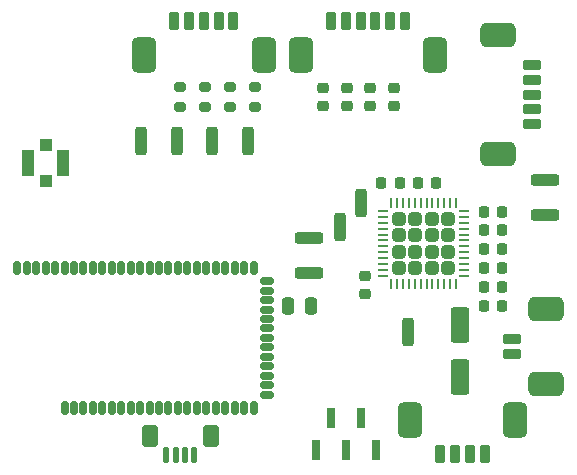
<source format=gbr>
%TF.GenerationSoftware,KiCad,Pcbnew,8.0.5*%
%TF.CreationDate,2025-01-02T11:16:24+01:00*%
%TF.ProjectId,BluetoothReceiver,426c7565-746f-46f7-9468-526563656976,rev?*%
%TF.SameCoordinates,Original*%
%TF.FileFunction,Paste,Top*%
%TF.FilePolarity,Positive*%
%FSLAX46Y46*%
G04 Gerber Fmt 4.6, Leading zero omitted, Abs format (unit mm)*
G04 Created by KiCad (PCBNEW 8.0.5) date 2025-01-02 11:16:24*
%MOMM*%
%LPD*%
G01*
G04 APERTURE LIST*
G04 Aperture macros list*
%AMRoundRect*
0 Rectangle with rounded corners*
0 $1 Rounding radius*
0 $2 $3 $4 $5 $6 $7 $8 $9 X,Y pos of 4 corners*
0 Add a 4 corners polygon primitive as box body*
4,1,4,$2,$3,$4,$5,$6,$7,$8,$9,$2,$3,0*
0 Add four circle primitives for the rounded corners*
1,1,$1+$1,$2,$3*
1,1,$1+$1,$4,$5*
1,1,$1+$1,$6,$7*
1,1,$1+$1,$8,$9*
0 Add four rect primitives between the rounded corners*
20,1,$1+$1,$2,$3,$4,$5,0*
20,1,$1+$1,$4,$5,$6,$7,0*
20,1,$1+$1,$6,$7,$8,$9,0*
20,1,$1+$1,$8,$9,$2,$3,0*%
G04 Aperture macros list end*
%ADD10RoundRect,0.125000X0.125000X0.525000X-0.125000X0.525000X-0.125000X-0.525000X0.125000X-0.525000X0*%
%ADD11RoundRect,0.350000X0.350000X0.600000X-0.350000X0.600000X-0.350000X-0.600000X0.350000X-0.600000X0*%
%ADD12RoundRect,0.200000X-0.200000X-0.600000X0.200000X-0.600000X0.200000X0.600000X-0.200000X0.600000X0*%
%ADD13RoundRect,0.525000X-0.525000X-0.975000X0.525000X-0.975000X0.525000X0.975000X-0.525000X0.975000X0*%
%ADD14RoundRect,0.200000X-0.600000X0.200000X-0.600000X-0.200000X0.600000X-0.200000X0.600000X0.200000X0*%
%ADD15RoundRect,0.525000X-0.975000X0.525000X-0.975000X-0.525000X0.975000X-0.525000X0.975000X0.525000X0*%
%ADD16RoundRect,0.150000X0.150000X-0.450000X0.150000X0.450000X-0.150000X0.450000X-0.150000X-0.450000X0*%
%ADD17RoundRect,0.150000X0.450000X0.150000X-0.450000X0.150000X-0.450000X-0.150000X0.450000X-0.150000X0*%
%ADD18RoundRect,0.250000X0.315000X0.315000X-0.315000X0.315000X-0.315000X-0.315000X0.315000X-0.315000X0*%
%ADD19RoundRect,0.062500X0.375000X0.062500X-0.375000X0.062500X-0.375000X-0.062500X0.375000X-0.062500X0*%
%ADD20RoundRect,0.062500X0.062500X0.375000X-0.062500X0.375000X-0.062500X-0.375000X0.062500X-0.375000X0*%
%ADD21RoundRect,0.237500X0.237500X-0.987500X0.237500X0.987500X-0.237500X0.987500X-0.237500X-0.987500X0*%
%ADD22RoundRect,0.237500X-0.987500X-0.237500X0.987500X-0.237500X0.987500X0.237500X-0.987500X0.237500X0*%
%ADD23RoundRect,0.200000X0.275000X-0.200000X0.275000X0.200000X-0.275000X0.200000X-0.275000X-0.200000X0*%
%ADD24RoundRect,0.200000X0.600000X-0.200000X0.600000X0.200000X-0.600000X0.200000X-0.600000X-0.200000X0*%
%ADD25RoundRect,0.525000X0.975000X-0.525000X0.975000X0.525000X-0.975000X0.525000X-0.975000X-0.525000X0*%
%ADD26RoundRect,0.200000X0.200000X0.600000X-0.200000X0.600000X-0.200000X-0.600000X0.200000X-0.600000X0*%
%ADD27RoundRect,0.525000X0.525000X0.975000X-0.525000X0.975000X-0.525000X-0.975000X0.525000X-0.975000X0*%
%ADD28R,0.650000X1.800000*%
%ADD29R,1.050000X2.200000*%
%ADD30R,1.000000X1.000000*%
%ADD31RoundRect,0.250000X-0.550000X1.250000X-0.550000X-1.250000X0.550000X-1.250000X0.550000X1.250000X0*%
%ADD32RoundRect,0.225000X-0.225000X-0.250000X0.225000X-0.250000X0.225000X0.250000X-0.225000X0.250000X0*%
%ADD33RoundRect,0.225000X0.250000X-0.225000X0.250000X0.225000X-0.250000X0.225000X-0.250000X-0.225000X0*%
%ADD34RoundRect,0.225000X0.225000X0.250000X-0.225000X0.250000X-0.225000X-0.250000X0.225000X-0.250000X0*%
%ADD35RoundRect,0.225000X-0.250000X0.225000X-0.250000X-0.225000X0.250000X-0.225000X0.250000X0.225000X0*%
%ADD36RoundRect,0.250000X-0.250000X-0.475000X0.250000X-0.475000X0.250000X0.475000X-0.250000X0.475000X0*%
G04 APERTURE END LIST*
D10*
%TO.C,J7*%
X135400000Y-118400000D03*
X136200000Y-118400000D03*
X137000000Y-118400000D03*
X137800000Y-118400000D03*
D11*
X139200000Y-116800000D03*
X134000000Y-116800000D03*
%TD*%
D12*
%TO.C,J4*%
X155625000Y-81650000D03*
X154375000Y-81650000D03*
X153125000Y-81650000D03*
X151875000Y-81650000D03*
X150625000Y-81650000D03*
X149375000Y-81650000D03*
D13*
X146825000Y-84550000D03*
X158175000Y-84550000D03*
%TD*%
D14*
%TO.C,J3*%
X166362500Y-90400000D03*
X166362500Y-89150000D03*
X166362500Y-87900000D03*
X166362500Y-86650000D03*
X166362500Y-85400000D03*
D15*
X163462500Y-82850000D03*
X163462500Y-92950000D03*
%TD*%
D16*
%TO.C,A1*%
X126800000Y-114400000D03*
X127600000Y-114400000D03*
X128400000Y-114400000D03*
X129200000Y-114400000D03*
X130000000Y-114400000D03*
X130800000Y-114400000D03*
X131600000Y-114400000D03*
X132400000Y-114400000D03*
X133200000Y-114400000D03*
X134000000Y-114400000D03*
X134800000Y-114400000D03*
X135600000Y-114400000D03*
X136400000Y-114400000D03*
X137200000Y-114400000D03*
X138000000Y-114400000D03*
X138800000Y-114400000D03*
X139600000Y-114400000D03*
X140400000Y-114400000D03*
X141200000Y-114400000D03*
X142000000Y-114400000D03*
X142800000Y-114400000D03*
D17*
X143900000Y-113300000D03*
X143900000Y-112500000D03*
X143900000Y-111700000D03*
X143900000Y-110900000D03*
X143900000Y-110100000D03*
X143900000Y-109300000D03*
X143900000Y-108500000D03*
X143900000Y-107700000D03*
X143900000Y-106900000D03*
X143900000Y-106100000D03*
X143900000Y-105300000D03*
X143900000Y-104500000D03*
X143900000Y-103700000D03*
D16*
X142800000Y-102600000D03*
X142000000Y-102600000D03*
X141200000Y-102600000D03*
X140400000Y-102600000D03*
X139600000Y-102600000D03*
X138800000Y-102600000D03*
X138000000Y-102600000D03*
X137200000Y-102600000D03*
X136400000Y-102600000D03*
X135600000Y-102600000D03*
X134800000Y-102600000D03*
X134000000Y-102600000D03*
X133200000Y-102600000D03*
X132400000Y-102600000D03*
X131600000Y-102600000D03*
X130800000Y-102600000D03*
X130000000Y-102600000D03*
X129200000Y-102600000D03*
X128400000Y-102600000D03*
X127600000Y-102600000D03*
X126800000Y-102600000D03*
X126000000Y-102600000D03*
X125200000Y-102600000D03*
X124400000Y-102600000D03*
X123600000Y-102600000D03*
X122800000Y-102600000D03*
%TD*%
D18*
%TO.C,U1*%
X159300000Y-102600000D03*
X159300000Y-101200000D03*
X159300000Y-99800000D03*
X159300000Y-98400000D03*
X157900000Y-102600000D03*
X157900000Y-101200000D03*
X157900000Y-99800000D03*
X157900000Y-98400000D03*
X156500000Y-102600000D03*
X156500000Y-101200000D03*
X156500000Y-99800000D03*
X156500000Y-98400000D03*
X155100000Y-102600000D03*
X155100000Y-101200000D03*
X155100000Y-99800000D03*
X155100000Y-98400000D03*
D19*
X160637500Y-103250000D03*
X160637500Y-102750000D03*
X160637500Y-102250000D03*
X160637500Y-101750000D03*
X160637500Y-101250000D03*
X160637500Y-100750000D03*
X160637500Y-100250000D03*
X160637500Y-99750000D03*
X160637500Y-99250000D03*
X160637500Y-98750000D03*
X160637500Y-98250000D03*
X160637500Y-97750000D03*
D20*
X159950000Y-97062500D03*
X159450000Y-97062500D03*
X158950000Y-97062500D03*
X158450000Y-97062500D03*
X157950000Y-97062500D03*
X157450000Y-97062500D03*
X156950000Y-97062500D03*
X156450000Y-97062500D03*
X155950000Y-97062500D03*
X155450000Y-97062500D03*
X154950000Y-97062500D03*
X154450000Y-97062500D03*
D19*
X153762500Y-97750000D03*
X153762500Y-98250000D03*
X153762500Y-98750000D03*
X153762500Y-99250000D03*
X153762500Y-99750000D03*
X153762500Y-100250000D03*
X153762500Y-100750000D03*
X153762500Y-101250000D03*
X153762500Y-101750000D03*
X153762500Y-102250000D03*
X153762500Y-102750000D03*
X153762500Y-103250000D03*
D20*
X154450000Y-103937500D03*
X154950000Y-103937500D03*
X155450000Y-103937500D03*
X155950000Y-103937500D03*
X156450000Y-103937500D03*
X156950000Y-103937500D03*
X157450000Y-103937500D03*
X157950000Y-103937500D03*
X158450000Y-103937500D03*
X158950000Y-103937500D03*
X159450000Y-103937500D03*
X159950000Y-103937500D03*
%TD*%
D21*
%TO.C,TP23*%
X155900000Y-108000000D03*
%TD*%
D22*
%TO.C,TP21*%
X147500000Y-100000000D03*
%TD*%
D21*
%TO.C,TP20*%
X142300000Y-91800000D03*
%TD*%
D22*
%TO.C,TP19*%
X147500000Y-103000000D03*
%TD*%
D21*
%TO.C,TP18*%
X133300000Y-91800000D03*
%TD*%
%TO.C,TP17*%
X136300000Y-91800000D03*
%TD*%
%TO.C,TP16*%
X150100000Y-99100000D03*
%TD*%
%TO.C,TP15*%
X139300000Y-91800000D03*
%TD*%
%TO.C,TP14*%
X151900000Y-97100000D03*
%TD*%
D22*
%TO.C,TP13*%
X167500000Y-95100000D03*
%TD*%
%TO.C,TP12*%
X167500000Y-98100000D03*
%TD*%
D23*
%TO.C,R5*%
X142900000Y-88925000D03*
X142900000Y-87275000D03*
%TD*%
%TO.C,R4*%
X136600000Y-88925000D03*
X136600000Y-87275000D03*
%TD*%
%TO.C,R3*%
X138700000Y-87275000D03*
X138700000Y-88925000D03*
%TD*%
%TO.C,R2*%
X140800000Y-87275000D03*
X140800000Y-88925000D03*
%TD*%
D24*
%TO.C,J8*%
X164650000Y-108575000D03*
X164650000Y-109825000D03*
D25*
X167550000Y-112375000D03*
X167550000Y-106025000D03*
%TD*%
D26*
%TO.C,J6*%
X158625000Y-118350000D03*
X159875000Y-118350000D03*
X161125000Y-118350000D03*
X162375000Y-118350000D03*
D27*
X164925000Y-115450000D03*
X156075000Y-115450000D03*
%TD*%
D12*
%TO.C,J5*%
X141100000Y-81650000D03*
X139850000Y-81650000D03*
X138600000Y-81650000D03*
X137350000Y-81650000D03*
X136100000Y-81650000D03*
D13*
X133550000Y-84550000D03*
X143650000Y-84550000D03*
%TD*%
D28*
%TO.C,J2*%
X153140000Y-117950000D03*
X151870000Y-115250000D03*
X150600000Y-117950000D03*
X149330000Y-115250000D03*
X148060000Y-117950000D03*
%TD*%
D29*
%TO.C,J1*%
X126675000Y-93700000D03*
D30*
X125200000Y-92200000D03*
D29*
X123725000Y-93700000D03*
D30*
X125200000Y-95200000D03*
%TD*%
D31*
%TO.C,C15*%
X160300000Y-107400000D03*
X160300000Y-111800000D03*
%TD*%
D32*
%TO.C,C14*%
X156725000Y-95400000D03*
X158275000Y-95400000D03*
%TD*%
D33*
%TO.C,C13*%
X148700000Y-88875000D03*
X148700000Y-87325000D03*
%TD*%
%TO.C,C12*%
X150700000Y-88875000D03*
X150700000Y-87325000D03*
%TD*%
%TO.C,C11*%
X152700000Y-88875000D03*
X152700000Y-87325000D03*
%TD*%
%TO.C,C10*%
X154700000Y-88875000D03*
X154700000Y-87325000D03*
%TD*%
D32*
%TO.C,C9*%
X162325000Y-101000000D03*
X163875000Y-101000000D03*
%TD*%
D34*
%TO.C,C8*%
X163875000Y-99400000D03*
X162325000Y-99400000D03*
%TD*%
%TO.C,C7*%
X163875000Y-104200000D03*
X162325000Y-104200000D03*
%TD*%
D35*
%TO.C,C6*%
X152200000Y-103225000D03*
X152200000Y-104775000D03*
%TD*%
D36*
%TO.C,C5*%
X145750000Y-105800000D03*
X147650000Y-105800000D03*
%TD*%
D34*
%TO.C,C4*%
X163875000Y-97800000D03*
X162325000Y-97800000D03*
%TD*%
%TO.C,C3*%
X155175000Y-95400000D03*
X153625000Y-95400000D03*
%TD*%
%TO.C,C2*%
X163875000Y-102600000D03*
X162325000Y-102600000D03*
%TD*%
%TO.C,C1*%
X163875000Y-105800000D03*
X162325000Y-105800000D03*
%TD*%
M02*

</source>
